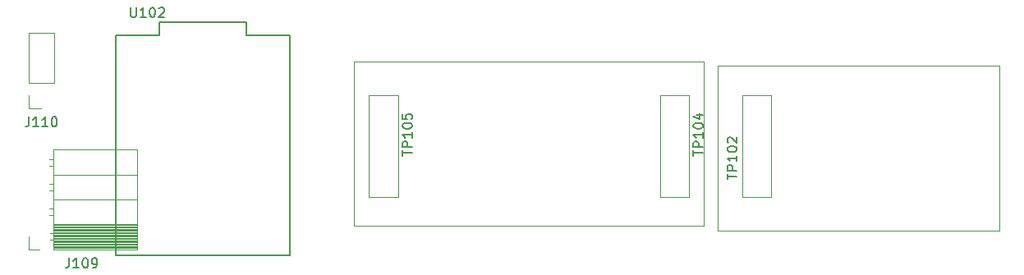
<source format=gbr>
%TF.GenerationSoftware,KiCad,Pcbnew,9.0.4*%
%TF.CreationDate,2025-11-05T17:22:30+05:30*%
%TF.ProjectId,BikeSSv3,42696b65-5353-4763-932e-6b696361645f,rev?*%
%TF.SameCoordinates,Original*%
%TF.FileFunction,Legend,Top*%
%TF.FilePolarity,Positive*%
%FSLAX46Y46*%
G04 Gerber Fmt 4.6, Leading zero omitted, Abs format (unit mm)*
G04 Created by KiCad (PCBNEW 9.0.4) date 2025-11-05 17:22:30*
%MOMM*%
%LPD*%
G01*
G04 APERTURE LIST*
%ADD10C,0.100000*%
%ADD11C,0.150000*%
%ADD12C,0.127000*%
%ADD13C,0.120000*%
G04 APERTURE END LIST*
D10*
X216000000Y-42500000D02*
X252000000Y-42500000D01*
X252000000Y-59500000D01*
X216000000Y-59500000D01*
X216000000Y-42500000D01*
D11*
X192940714Y-36952319D02*
X192940714Y-37761842D01*
X192940714Y-37761842D02*
X192988333Y-37857080D01*
X192988333Y-37857080D02*
X193035952Y-37904700D01*
X193035952Y-37904700D02*
X193131190Y-37952319D01*
X193131190Y-37952319D02*
X193321666Y-37952319D01*
X193321666Y-37952319D02*
X193416904Y-37904700D01*
X193416904Y-37904700D02*
X193464523Y-37857080D01*
X193464523Y-37857080D02*
X193512142Y-37761842D01*
X193512142Y-37761842D02*
X193512142Y-36952319D01*
X194512142Y-37952319D02*
X193940714Y-37952319D01*
X194226428Y-37952319D02*
X194226428Y-36952319D01*
X194226428Y-36952319D02*
X194131190Y-37095176D01*
X194131190Y-37095176D02*
X194035952Y-37190414D01*
X194035952Y-37190414D02*
X193940714Y-37238033D01*
X195131190Y-36952319D02*
X195226428Y-36952319D01*
X195226428Y-36952319D02*
X195321666Y-36999938D01*
X195321666Y-36999938D02*
X195369285Y-37047557D01*
X195369285Y-37047557D02*
X195416904Y-37142795D01*
X195416904Y-37142795D02*
X195464523Y-37333271D01*
X195464523Y-37333271D02*
X195464523Y-37571366D01*
X195464523Y-37571366D02*
X195416904Y-37761842D01*
X195416904Y-37761842D02*
X195369285Y-37857080D01*
X195369285Y-37857080D02*
X195321666Y-37904700D01*
X195321666Y-37904700D02*
X195226428Y-37952319D01*
X195226428Y-37952319D02*
X195131190Y-37952319D01*
X195131190Y-37952319D02*
X195035952Y-37904700D01*
X195035952Y-37904700D02*
X194988333Y-37857080D01*
X194988333Y-37857080D02*
X194940714Y-37761842D01*
X194940714Y-37761842D02*
X194893095Y-37571366D01*
X194893095Y-37571366D02*
X194893095Y-37333271D01*
X194893095Y-37333271D02*
X194940714Y-37142795D01*
X194940714Y-37142795D02*
X194988333Y-37047557D01*
X194988333Y-37047557D02*
X195035952Y-36999938D01*
X195035952Y-36999938D02*
X195131190Y-36952319D01*
X195845476Y-37047557D02*
X195893095Y-36999938D01*
X195893095Y-36999938D02*
X195988333Y-36952319D01*
X195988333Y-36952319D02*
X196226428Y-36952319D01*
X196226428Y-36952319D02*
X196321666Y-36999938D01*
X196321666Y-36999938D02*
X196369285Y-37047557D01*
X196369285Y-37047557D02*
X196416904Y-37142795D01*
X196416904Y-37142795D02*
X196416904Y-37238033D01*
X196416904Y-37238033D02*
X196369285Y-37380890D01*
X196369285Y-37380890D02*
X195797857Y-37952319D01*
X195797857Y-37952319D02*
X196416904Y-37952319D01*
X220954819Y-52254285D02*
X220954819Y-51682857D01*
X221954819Y-51968571D02*
X220954819Y-51968571D01*
X221954819Y-51349523D02*
X220954819Y-51349523D01*
X220954819Y-51349523D02*
X220954819Y-50968571D01*
X220954819Y-50968571D02*
X221002438Y-50873333D01*
X221002438Y-50873333D02*
X221050057Y-50825714D01*
X221050057Y-50825714D02*
X221145295Y-50778095D01*
X221145295Y-50778095D02*
X221288152Y-50778095D01*
X221288152Y-50778095D02*
X221383390Y-50825714D01*
X221383390Y-50825714D02*
X221431009Y-50873333D01*
X221431009Y-50873333D02*
X221478628Y-50968571D01*
X221478628Y-50968571D02*
X221478628Y-51349523D01*
X221954819Y-49825714D02*
X221954819Y-50397142D01*
X221954819Y-50111428D02*
X220954819Y-50111428D01*
X220954819Y-50111428D02*
X221097676Y-50206666D01*
X221097676Y-50206666D02*
X221192914Y-50301904D01*
X221192914Y-50301904D02*
X221240533Y-50397142D01*
X220954819Y-49206666D02*
X220954819Y-49111428D01*
X220954819Y-49111428D02*
X221002438Y-49016190D01*
X221002438Y-49016190D02*
X221050057Y-48968571D01*
X221050057Y-48968571D02*
X221145295Y-48920952D01*
X221145295Y-48920952D02*
X221335771Y-48873333D01*
X221335771Y-48873333D02*
X221573866Y-48873333D01*
X221573866Y-48873333D02*
X221764342Y-48920952D01*
X221764342Y-48920952D02*
X221859580Y-48968571D01*
X221859580Y-48968571D02*
X221907200Y-49016190D01*
X221907200Y-49016190D02*
X221954819Y-49111428D01*
X221954819Y-49111428D02*
X221954819Y-49206666D01*
X221954819Y-49206666D02*
X221907200Y-49301904D01*
X221907200Y-49301904D02*
X221859580Y-49349523D01*
X221859580Y-49349523D02*
X221764342Y-49397142D01*
X221764342Y-49397142D02*
X221573866Y-49444761D01*
X221573866Y-49444761D02*
X221335771Y-49444761D01*
X221335771Y-49444761D02*
X221145295Y-49397142D01*
X221145295Y-49397142D02*
X221050057Y-49349523D01*
X221050057Y-49349523D02*
X221002438Y-49301904D01*
X221002438Y-49301904D02*
X220954819Y-49206666D01*
X220954819Y-47968571D02*
X220954819Y-48444761D01*
X220954819Y-48444761D02*
X221431009Y-48492380D01*
X221431009Y-48492380D02*
X221383390Y-48444761D01*
X221383390Y-48444761D02*
X221335771Y-48349523D01*
X221335771Y-48349523D02*
X221335771Y-48111428D01*
X221335771Y-48111428D02*
X221383390Y-48016190D01*
X221383390Y-48016190D02*
X221431009Y-47968571D01*
X221431009Y-47968571D02*
X221526247Y-47920952D01*
X221526247Y-47920952D02*
X221764342Y-47920952D01*
X221764342Y-47920952D02*
X221859580Y-47968571D01*
X221859580Y-47968571D02*
X221907200Y-48016190D01*
X221907200Y-48016190D02*
X221954819Y-48111428D01*
X221954819Y-48111428D02*
X221954819Y-48349523D01*
X221954819Y-48349523D02*
X221907200Y-48444761D01*
X221907200Y-48444761D02*
X221859580Y-48492380D01*
X250954819Y-52254285D02*
X250954819Y-51682857D01*
X251954819Y-51968571D02*
X250954819Y-51968571D01*
X251954819Y-51349523D02*
X250954819Y-51349523D01*
X250954819Y-51349523D02*
X250954819Y-50968571D01*
X250954819Y-50968571D02*
X251002438Y-50873333D01*
X251002438Y-50873333D02*
X251050057Y-50825714D01*
X251050057Y-50825714D02*
X251145295Y-50778095D01*
X251145295Y-50778095D02*
X251288152Y-50778095D01*
X251288152Y-50778095D02*
X251383390Y-50825714D01*
X251383390Y-50825714D02*
X251431009Y-50873333D01*
X251431009Y-50873333D02*
X251478628Y-50968571D01*
X251478628Y-50968571D02*
X251478628Y-51349523D01*
X251954819Y-49825714D02*
X251954819Y-50397142D01*
X251954819Y-50111428D02*
X250954819Y-50111428D01*
X250954819Y-50111428D02*
X251097676Y-50206666D01*
X251097676Y-50206666D02*
X251192914Y-50301904D01*
X251192914Y-50301904D02*
X251240533Y-50397142D01*
X250954819Y-49206666D02*
X250954819Y-49111428D01*
X250954819Y-49111428D02*
X251002438Y-49016190D01*
X251002438Y-49016190D02*
X251050057Y-48968571D01*
X251050057Y-48968571D02*
X251145295Y-48920952D01*
X251145295Y-48920952D02*
X251335771Y-48873333D01*
X251335771Y-48873333D02*
X251573866Y-48873333D01*
X251573866Y-48873333D02*
X251764342Y-48920952D01*
X251764342Y-48920952D02*
X251859580Y-48968571D01*
X251859580Y-48968571D02*
X251907200Y-49016190D01*
X251907200Y-49016190D02*
X251954819Y-49111428D01*
X251954819Y-49111428D02*
X251954819Y-49206666D01*
X251954819Y-49206666D02*
X251907200Y-49301904D01*
X251907200Y-49301904D02*
X251859580Y-49349523D01*
X251859580Y-49349523D02*
X251764342Y-49397142D01*
X251764342Y-49397142D02*
X251573866Y-49444761D01*
X251573866Y-49444761D02*
X251335771Y-49444761D01*
X251335771Y-49444761D02*
X251145295Y-49397142D01*
X251145295Y-49397142D02*
X251050057Y-49349523D01*
X251050057Y-49349523D02*
X251002438Y-49301904D01*
X251002438Y-49301904D02*
X250954819Y-49206666D01*
X251288152Y-48016190D02*
X251954819Y-48016190D01*
X250907200Y-48254285D02*
X251621485Y-48492380D01*
X251621485Y-48492380D02*
X251621485Y-47873333D01*
X182439285Y-48249819D02*
X182439285Y-48964104D01*
X182439285Y-48964104D02*
X182391666Y-49106961D01*
X182391666Y-49106961D02*
X182296428Y-49202200D01*
X182296428Y-49202200D02*
X182153571Y-49249819D01*
X182153571Y-49249819D02*
X182058333Y-49249819D01*
X183439285Y-49249819D02*
X182867857Y-49249819D01*
X183153571Y-49249819D02*
X183153571Y-48249819D01*
X183153571Y-48249819D02*
X183058333Y-48392676D01*
X183058333Y-48392676D02*
X182963095Y-48487914D01*
X182963095Y-48487914D02*
X182867857Y-48535533D01*
X184391666Y-49249819D02*
X183820238Y-49249819D01*
X184105952Y-49249819D02*
X184105952Y-48249819D01*
X184105952Y-48249819D02*
X184010714Y-48392676D01*
X184010714Y-48392676D02*
X183915476Y-48487914D01*
X183915476Y-48487914D02*
X183820238Y-48535533D01*
X185010714Y-48249819D02*
X185105952Y-48249819D01*
X185105952Y-48249819D02*
X185201190Y-48297438D01*
X185201190Y-48297438D02*
X185248809Y-48345057D01*
X185248809Y-48345057D02*
X185296428Y-48440295D01*
X185296428Y-48440295D02*
X185344047Y-48630771D01*
X185344047Y-48630771D02*
X185344047Y-48868866D01*
X185344047Y-48868866D02*
X185296428Y-49059342D01*
X185296428Y-49059342D02*
X185248809Y-49154580D01*
X185248809Y-49154580D02*
X185201190Y-49202200D01*
X185201190Y-49202200D02*
X185105952Y-49249819D01*
X185105952Y-49249819D02*
X185010714Y-49249819D01*
X185010714Y-49249819D02*
X184915476Y-49202200D01*
X184915476Y-49202200D02*
X184867857Y-49154580D01*
X184867857Y-49154580D02*
X184820238Y-49059342D01*
X184820238Y-49059342D02*
X184772619Y-48868866D01*
X184772619Y-48868866D02*
X184772619Y-48630771D01*
X184772619Y-48630771D02*
X184820238Y-48440295D01*
X184820238Y-48440295D02*
X184867857Y-48345057D01*
X184867857Y-48345057D02*
X184915476Y-48297438D01*
X184915476Y-48297438D02*
X185010714Y-48249819D01*
X254454819Y-54674285D02*
X254454819Y-54102857D01*
X255454819Y-54388571D02*
X254454819Y-54388571D01*
X255454819Y-53769523D02*
X254454819Y-53769523D01*
X254454819Y-53769523D02*
X254454819Y-53388571D01*
X254454819Y-53388571D02*
X254502438Y-53293333D01*
X254502438Y-53293333D02*
X254550057Y-53245714D01*
X254550057Y-53245714D02*
X254645295Y-53198095D01*
X254645295Y-53198095D02*
X254788152Y-53198095D01*
X254788152Y-53198095D02*
X254883390Y-53245714D01*
X254883390Y-53245714D02*
X254931009Y-53293333D01*
X254931009Y-53293333D02*
X254978628Y-53388571D01*
X254978628Y-53388571D02*
X254978628Y-53769523D01*
X255454819Y-52245714D02*
X255454819Y-52817142D01*
X255454819Y-52531428D02*
X254454819Y-52531428D01*
X254454819Y-52531428D02*
X254597676Y-52626666D01*
X254597676Y-52626666D02*
X254692914Y-52721904D01*
X254692914Y-52721904D02*
X254740533Y-52817142D01*
X254454819Y-51626666D02*
X254454819Y-51531428D01*
X254454819Y-51531428D02*
X254502438Y-51436190D01*
X254502438Y-51436190D02*
X254550057Y-51388571D01*
X254550057Y-51388571D02*
X254645295Y-51340952D01*
X254645295Y-51340952D02*
X254835771Y-51293333D01*
X254835771Y-51293333D02*
X255073866Y-51293333D01*
X255073866Y-51293333D02*
X255264342Y-51340952D01*
X255264342Y-51340952D02*
X255359580Y-51388571D01*
X255359580Y-51388571D02*
X255407200Y-51436190D01*
X255407200Y-51436190D02*
X255454819Y-51531428D01*
X255454819Y-51531428D02*
X255454819Y-51626666D01*
X255454819Y-51626666D02*
X255407200Y-51721904D01*
X255407200Y-51721904D02*
X255359580Y-51769523D01*
X255359580Y-51769523D02*
X255264342Y-51817142D01*
X255264342Y-51817142D02*
X255073866Y-51864761D01*
X255073866Y-51864761D02*
X254835771Y-51864761D01*
X254835771Y-51864761D02*
X254645295Y-51817142D01*
X254645295Y-51817142D02*
X254550057Y-51769523D01*
X254550057Y-51769523D02*
X254502438Y-51721904D01*
X254502438Y-51721904D02*
X254454819Y-51626666D01*
X254550057Y-50912380D02*
X254502438Y-50864761D01*
X254502438Y-50864761D02*
X254454819Y-50769523D01*
X254454819Y-50769523D02*
X254454819Y-50531428D01*
X254454819Y-50531428D02*
X254502438Y-50436190D01*
X254502438Y-50436190D02*
X254550057Y-50388571D01*
X254550057Y-50388571D02*
X254645295Y-50340952D01*
X254645295Y-50340952D02*
X254740533Y-50340952D01*
X254740533Y-50340952D02*
X254883390Y-50388571D01*
X254883390Y-50388571D02*
X255454819Y-50959999D01*
X255454819Y-50959999D02*
X255454819Y-50340952D01*
X186594285Y-62804819D02*
X186594285Y-63519104D01*
X186594285Y-63519104D02*
X186546666Y-63661961D01*
X186546666Y-63661961D02*
X186451428Y-63757200D01*
X186451428Y-63757200D02*
X186308571Y-63804819D01*
X186308571Y-63804819D02*
X186213333Y-63804819D01*
X187594285Y-63804819D02*
X187022857Y-63804819D01*
X187308571Y-63804819D02*
X187308571Y-62804819D01*
X187308571Y-62804819D02*
X187213333Y-62947676D01*
X187213333Y-62947676D02*
X187118095Y-63042914D01*
X187118095Y-63042914D02*
X187022857Y-63090533D01*
X188213333Y-62804819D02*
X188308571Y-62804819D01*
X188308571Y-62804819D02*
X188403809Y-62852438D01*
X188403809Y-62852438D02*
X188451428Y-62900057D01*
X188451428Y-62900057D02*
X188499047Y-62995295D01*
X188499047Y-62995295D02*
X188546666Y-63185771D01*
X188546666Y-63185771D02*
X188546666Y-63423866D01*
X188546666Y-63423866D02*
X188499047Y-63614342D01*
X188499047Y-63614342D02*
X188451428Y-63709580D01*
X188451428Y-63709580D02*
X188403809Y-63757200D01*
X188403809Y-63757200D02*
X188308571Y-63804819D01*
X188308571Y-63804819D02*
X188213333Y-63804819D01*
X188213333Y-63804819D02*
X188118095Y-63757200D01*
X188118095Y-63757200D02*
X188070476Y-63709580D01*
X188070476Y-63709580D02*
X188022857Y-63614342D01*
X188022857Y-63614342D02*
X187975238Y-63423866D01*
X187975238Y-63423866D02*
X187975238Y-63185771D01*
X187975238Y-63185771D02*
X188022857Y-62995295D01*
X188022857Y-62995295D02*
X188070476Y-62900057D01*
X188070476Y-62900057D02*
X188118095Y-62852438D01*
X188118095Y-62852438D02*
X188213333Y-62804819D01*
X189022857Y-63804819D02*
X189213333Y-63804819D01*
X189213333Y-63804819D02*
X189308571Y-63757200D01*
X189308571Y-63757200D02*
X189356190Y-63709580D01*
X189356190Y-63709580D02*
X189451428Y-63566723D01*
X189451428Y-63566723D02*
X189499047Y-63376247D01*
X189499047Y-63376247D02*
X189499047Y-62995295D01*
X189499047Y-62995295D02*
X189451428Y-62900057D01*
X189451428Y-62900057D02*
X189403809Y-62852438D01*
X189403809Y-62852438D02*
X189308571Y-62804819D01*
X189308571Y-62804819D02*
X189118095Y-62804819D01*
X189118095Y-62804819D02*
X189022857Y-62852438D01*
X189022857Y-62852438D02*
X188975238Y-62900057D01*
X188975238Y-62900057D02*
X188927619Y-62995295D01*
X188927619Y-62995295D02*
X188927619Y-63233390D01*
X188927619Y-63233390D02*
X188975238Y-63328628D01*
X188975238Y-63328628D02*
X189022857Y-63376247D01*
X189022857Y-63376247D02*
X189118095Y-63423866D01*
X189118095Y-63423866D02*
X189308571Y-63423866D01*
X189308571Y-63423866D02*
X189403809Y-63376247D01*
X189403809Y-63376247D02*
X189451428Y-63328628D01*
X189451428Y-63328628D02*
X189499047Y-63233390D01*
D12*
%TO.C,U102*%
X191370000Y-62500000D02*
X191370000Y-39800000D01*
X209370000Y-62500000D02*
X191370000Y-62500000D01*
X209370000Y-62500000D02*
X209370000Y-39800000D01*
X195870000Y-39800000D02*
X191370000Y-39800000D01*
X209370000Y-39800000D02*
X204870000Y-39800000D01*
X195870000Y-38500000D02*
X195870000Y-39800000D01*
X204870000Y-38500000D02*
X204870000Y-39800000D01*
X204870000Y-38500000D02*
X195870000Y-38500000D01*
D13*
%TO.C,TP105*%
X217500000Y-56500000D02*
X220500000Y-56500000D01*
X217500000Y-56500000D02*
X217500000Y-46000000D01*
X220500000Y-46000000D02*
X220500000Y-56500000D01*
X220500000Y-46000000D02*
X217500000Y-46000000D01*
%TO.C,TP104*%
X247500000Y-56500000D02*
X250500000Y-56500000D01*
X247500000Y-56500000D02*
X247500000Y-46000000D01*
X250500000Y-46000000D02*
X250500000Y-56500000D01*
X250500000Y-46000000D02*
X247500000Y-46000000D01*
%TO.C,J110*%
X182395000Y-47355000D02*
X182395000Y-46025000D01*
X183725000Y-47355000D02*
X182395000Y-47355000D01*
X182395000Y-44755000D02*
X182395000Y-39615000D01*
X185055000Y-44755000D02*
X182395000Y-44755000D01*
X185055000Y-44755000D02*
X185055000Y-39615000D01*
X185055000Y-39615000D02*
X182395000Y-39615000D01*
%TO.C,TP102*%
X256000000Y-56500000D02*
X259000000Y-56500000D01*
X256000000Y-56500000D02*
X256000000Y-46000000D01*
X259000000Y-46000000D02*
X259000000Y-56500000D01*
X259000000Y-46000000D02*
X256000000Y-46000000D01*
D10*
X253500000Y-60000000D02*
X282500000Y-60000000D01*
X282500000Y-43000000D01*
X253500000Y-43000000D01*
X253500000Y-60000000D01*
D13*
%TO.C,J109*%
X193590000Y-51630000D02*
X184960000Y-51630000D01*
X184960000Y-52600000D02*
X184550000Y-52600000D01*
X184960000Y-53320000D02*
X184550000Y-53320000D01*
X193590000Y-54230000D02*
X184960000Y-54230000D01*
X184960000Y-55140000D02*
X184550000Y-55140000D01*
X184960000Y-55860000D02*
X184550000Y-55860000D01*
X193590000Y-56770000D02*
X184960000Y-56770000D01*
X184960000Y-57680000D02*
X184550000Y-57680000D01*
X184960000Y-58400000D02*
X184550000Y-58400000D01*
X193590000Y-59310000D02*
X184960000Y-59310000D01*
X193590000Y-59428100D02*
X184960000Y-59428100D01*
X193590000Y-59546195D02*
X184960000Y-59546195D01*
X193590000Y-59664290D02*
X184960000Y-59664290D01*
X193590000Y-59782385D02*
X184960000Y-59782385D01*
X193590000Y-59900480D02*
X184960000Y-59900480D01*
X193590000Y-60018575D02*
X184960000Y-60018575D01*
X193590000Y-60136670D02*
X184960000Y-60136670D01*
X184960000Y-60220000D02*
X184610000Y-60220000D01*
X193590000Y-60254765D02*
X184960000Y-60254765D01*
X193590000Y-60372860D02*
X184960000Y-60372860D01*
X193590000Y-60490955D02*
X184960000Y-60490955D01*
X193590000Y-60609050D02*
X184960000Y-60609050D01*
X193590000Y-60727145D02*
X184960000Y-60727145D01*
X193590000Y-60845240D02*
X184960000Y-60845240D01*
X184960000Y-60940000D02*
X184610000Y-60940000D01*
X193590000Y-60963335D02*
X184960000Y-60963335D01*
X193590000Y-61081430D02*
X184960000Y-61081430D01*
X193590000Y-61199525D02*
X184960000Y-61199525D01*
X193590000Y-61317620D02*
X184960000Y-61317620D01*
X193590000Y-61435715D02*
X184960000Y-61435715D01*
X193590000Y-61553810D02*
X184960000Y-61553810D01*
X193590000Y-61671905D02*
X184960000Y-61671905D01*
X193590000Y-61790000D02*
X184960000Y-61790000D01*
X193590000Y-61910000D02*
X193590000Y-51630000D01*
X193590000Y-61910000D02*
X184960000Y-61910000D01*
X184960000Y-61910000D02*
X184960000Y-51630000D01*
X183500000Y-61910000D02*
X182390000Y-61910000D01*
X182390000Y-61910000D02*
X182390000Y-60580000D01*
%TD*%
M02*

</source>
